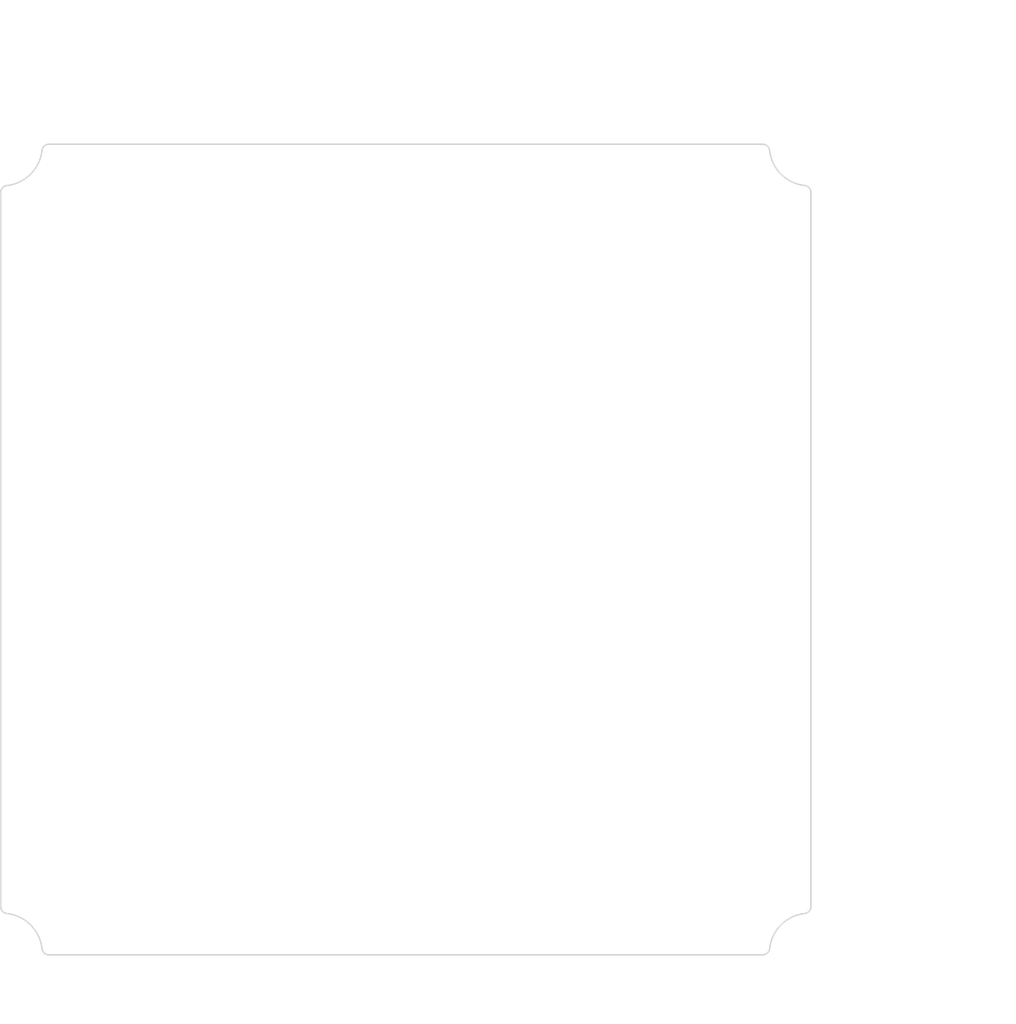
<source format=kicad_pcb>
(kicad_pcb (version 20171130) (host pcbnew "(5.1.0)-1")

  (general
    (thickness 1.6)
    (drawings 48)
    (tracks 0)
    (zones 0)
    (modules 0)
    (nets 1)
  )

  (page A3)
  (layers
    (0 F.Cu signal)
    (31 B.Cu signal)
    (32 B.Adhes user)
    (33 F.Adhes user)
    (34 B.Paste user)
    (35 F.Paste user)
    (36 B.SilkS user)
    (37 F.SilkS user)
    (38 B.Mask user)
    (39 F.Mask user)
    (40 Dwgs.User user)
    (41 Cmts.User user)
    (42 Eco1.User user)
    (43 Eco2.User user)
    (44 Edge.Cuts user)
    (45 Margin user)
    (46 B.CrtYd user)
    (47 F.CrtYd user)
    (48 B.Fab user)
    (49 F.Fab user)
  )

  (setup
    (last_trace_width 0.25)
    (trace_clearance 0.2)
    (zone_clearance 0.508)
    (zone_45_only no)
    (trace_min 0.2)
    (via_size 0.8)
    (via_drill 0.4)
    (via_min_size 0.4)
    (via_min_drill 0.3)
    (uvia_size 0.3)
    (uvia_drill 0.1)
    (uvias_allowed no)
    (uvia_min_size 0.2)
    (uvia_min_drill 0.1)
    (edge_width 0.05)
    (segment_width 0.2)
    (pcb_text_width 0.3)
    (pcb_text_size 1.5 1.5)
    (mod_edge_width 0.12)
    (mod_text_size 1 1)
    (mod_text_width 0.15)
    (pad_size 1.524 1.524)
    (pad_drill 0.762)
    (pad_to_mask_clearance 0.051)
    (solder_mask_min_width 0.25)
    (aux_axis_origin 0 0)
    (visible_elements FFFFFF7F)
    (pcbplotparams
      (layerselection 0x010fc_ffffffff)
      (usegerberextensions false)
      (usegerberattributes false)
      (usegerberadvancedattributes false)
      (creategerberjobfile false)
      (excludeedgelayer true)
      (linewidth 0.152400)
      (plotframeref false)
      (viasonmask false)
      (mode 1)
      (useauxorigin false)
      (hpglpennumber 1)
      (hpglpenspeed 20)
      (hpglpendiameter 15.000000)
      (psnegative false)
      (psa4output false)
      (plotreference true)
      (plotvalue true)
      (plotinvisibletext false)
      (padsonsilk false)
      (subtractmaskfromsilk false)
      (outputformat 1)
      (mirror false)
      (drillshape 1)
      (scaleselection 1)
      (outputdirectory ""))
  )

  (net 0 "")

  (net_class Default "This is the default net class."
    (clearance 0.2)
    (trace_width 0.25)
    (via_dia 0.8)
    (via_drill 0.4)
    (uvia_dia 0.3)
    (uvia_drill 0.1)
  )

  (gr_line (start 137.011844 99.771726) (end 137.011844 202.046377) (layer Edge.Cuts) (width 0.2))
  (gr_arc (start 137.263655 93.109051) (end 137.90025 98.777972) (angle -77.1855488) (layer Edge.Cuts) (width 0.2))
  (gr_line (start 246.20098 92.857241) (end 143.926329 92.857241) (layer Edge.Cuts) (width 0.2))
  (gr_arc (start 252.863655 93.109051) (end 247.194734 93.745647) (angle -77.1855488) (layer Edge.Cuts) (width 0.2))
  (gr_line (start 253.115465 202.046377) (end 253.115465 99.771726) (layer Edge.Cuts) (width 0.2))
  (gr_arc (start 252.863655 208.709051) (end 252.227059 203.040131) (angle -77.1855488) (layer Edge.Cuts) (width 0.2))
  (gr_line (start 143.926329 208.960862) (end 246.20098 208.960862) (layer Edge.Cuts) (width 0.2))
  (gr_arc (start 137.263655 208.709051) (end 142.932575 208.072456) (angle -77.1855488) (layer Edge.Cuts) (width 0.2))
  (gr_arc (start 138.011844 202.046377) (end 137.011844 202.046377) (angle -83.5927744) (layer Edge.Cuts) (width 0.2))
  (gr_arc (start 138.011844 99.771726) (end 137.90025 98.777972) (angle -83.5927744) (layer Edge.Cuts) (width 0.2))
  (gr_arc (start 143.926329 93.857241) (end 143.926329 92.857241) (angle -83.5927744) (layer Edge.Cuts) (width 0.2))
  (gr_arc (start 246.20098 93.857241) (end 247.194734 93.745647) (angle -83.5927744) (layer Edge.Cuts) (width 0.2))
  (gr_arc (start 252.115465 99.771726) (end 253.115465 99.771726) (angle -83.5927744) (layer Edge.Cuts) (width 0.2))
  (gr_arc (start 252.115465 202.046377) (end 252.227059 203.040131) (angle -83.5927744) (layer Edge.Cuts) (width 0.2))
  (gr_arc (start 246.20098 207.960862) (end 246.20098 208.960862) (angle -83.5927744) (layer Edge.Cuts) (width 0.2))
  (gr_arc (start 143.926329 207.960862) (end 142.932575 208.072456) (angle -83.5927744) (layer Edge.Cuts) (width 0.2))
  (gr_text [R0.22] (at 233.542849 192.89919) (layer Dwgs.User)
    (effects (font (size 1.7 1.53) (thickness 0.2125)))
  )
  (gr_text " R5.70" (at 233.542849 189.341755) (layer Dwgs.User)
    (effects (font (size 1.7 1.53) (thickness 0.2125)))
  )
  (gr_line (start 240.01362 191.009729) (end 248.337172 202.474385) (layer Dwgs.User) (width 0.2))
  (gr_line (start 238.01362 191.009729) (end 240.01362 191.009729) (layer Dwgs.User) (width 0.2))
  (gr_text [4.57] (at 277.770238 144.611501) (layer Dwgs.User)
    (effects (font (size 1.7 1.53) (thickness 0.2125)))
  )
  (gr_text " 116.10" (at 277.770238 141.057544) (layer Dwgs.User)
    (effects (font (size 1.7 1.53) (thickness 0.2125)))
  )
  (gr_line (start 277.770238 94.857241) (end 277.770238 139.171562) (layer Dwgs.User) (width 0.2))
  (gr_line (start 277.770238 206.960862) (end 277.770238 146.279475) (layer Dwgs.User) (width 0.2))
  (gr_line (start 248.159103 92.857241) (end 280.945238 92.857241) (layer Dwgs.User) (width 0.2))
  (gr_line (start 248.159103 208.960862) (end 280.945238 208.960862) (layer Dwgs.User) (width 0.2))
  (gr_text [4.10] (at 267.929201 155.17543) (layer Dwgs.User)
    (effects (font (size 1.7 1.53) (thickness 0.2125)))
  )
  (gr_text " 104.19" (at 267.929201 151.617995) (layer Dwgs.User)
    (effects (font (size 1.7 1.53) (thickness 0.2125)))
  )
  (gr_line (start 267.929201 201.0045) (end 267.929201 156.843405) (layer Dwgs.User) (width 0.2))
  (gr_line (start 267.929201 100.813603) (end 267.929201 149.728534) (layer Dwgs.User) (width 0.2))
  (gr_line (start 254.115465 203.0045) (end 271.104201 203.0045) (layer Dwgs.User) (width 0.2))
  (gr_line (start 254.115465 98.813603) (end 271.104201 98.813603) (layer Dwgs.User) (width 0.2))
  (gr_text [4.10] (at 223.037929 83.12305) (layer Dwgs.User)
    (effects (font (size 1.7 1.53) (thickness 0.2125)))
  )
  (gr_text " 104.19" (at 223.037929 79.565615) (layer Dwgs.User)
    (effects (font (size 1.7 1.53) (thickness 0.2125)))
  )
  (gr_line (start 245.159103 81.233589) (end 227.747581 81.233589) (layer Dwgs.User) (width 0.2))
  (gr_line (start 144.968206 81.233589) (end 218.328277 81.233589) (layer Dwgs.User) (width 0.2))
  (gr_line (start 247.159103 91.857241) (end 247.159103 78.058589) (layer Dwgs.User) (width 0.2))
  (gr_line (start 142.968206 91.857241) (end 142.968206 78.058589) (layer Dwgs.User) (width 0.2))
  (gr_text [4.57] (at 199.356739 77.366684) (layer Dwgs.User)
    (effects (font (size 1.7 1.53) (thickness 0.2125)))
  )
  (gr_text " 116.10" (at 199.356739 73.812727) (layer Dwgs.User)
    (effects (font (size 1.7 1.53) (thickness 0.2125)))
  )
  (gr_line (start 139.011844 75.480701) (end 194.651725 75.480701) (layer Dwgs.User) (width 0.2))
  (gr_line (start 251.115465 75.480701) (end 204.061753 75.480701) (layer Dwgs.User) (width 0.2))
  (gr_line (start 137.011844 97.813603) (end 137.011844 72.305701) (layer Dwgs.User) (width 0.2))
  (gr_line (start 253.115465 97.813603) (end 253.115465 72.305701) (layer Dwgs.User) (width 0.2))
  (gr_text [R0.04] (at 256.653084 217.541599) (layer Dwgs.User)
    (effects (font (size 1.7 1.53) (thickness 0.2125)))
  )
  (gr_text " R1.00" (at 256.653084 213.984163) (layer Dwgs.User)
    (effects (font (size 1.7 1.53) (thickness 0.2125)))
  )
  (gr_line (start 250.182313 215.652138) (end 247.580092 210.625078) (layer Dwgs.User) (width 0.2))
  (gr_line (start 252.182313 215.652138) (end 250.182313 215.652138) (layer Dwgs.User) (width 0.2))

)

</source>
